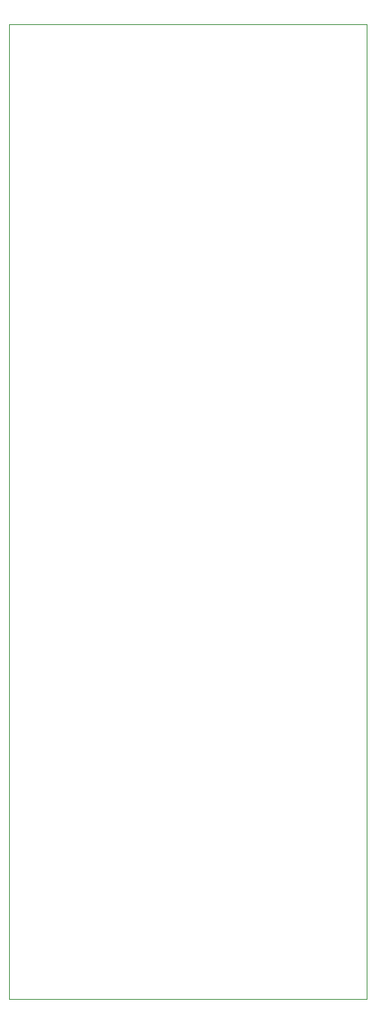
<source format=gbr>
G04 #@! TF.GenerationSoftware,KiCad,Pcbnew,(5.1.2)-2*
G04 #@! TF.CreationDate,2021-07-18T13:36:31+02:00*
G04 #@! TF.ProjectId,Octal,4f637461-6c2e-46b6-9963-61645f706362,1.0.0*
G04 #@! TF.SameCoordinates,Original*
G04 #@! TF.FileFunction,Profile,NP*
%FSLAX46Y46*%
G04 Gerber Fmt 4.6, Leading zero omitted, Abs format (unit mm)*
G04 Created by KiCad (PCBNEW (5.1.2)-2) date 2021-07-18 13:36:31*
%MOMM*%
%LPD*%
G04 APERTURE LIST*
%ADD10C,0.050000*%
G04 APERTURE END LIST*
D10*
X205735000Y-152180000D02*
X165735000Y-152180000D01*
X165735000Y-152180000D02*
X165735000Y-43180000D01*
X205735000Y-43180000D02*
X205735000Y-152180000D01*
X165735000Y-43180000D02*
X205735000Y-43180000D01*
M02*

</source>
